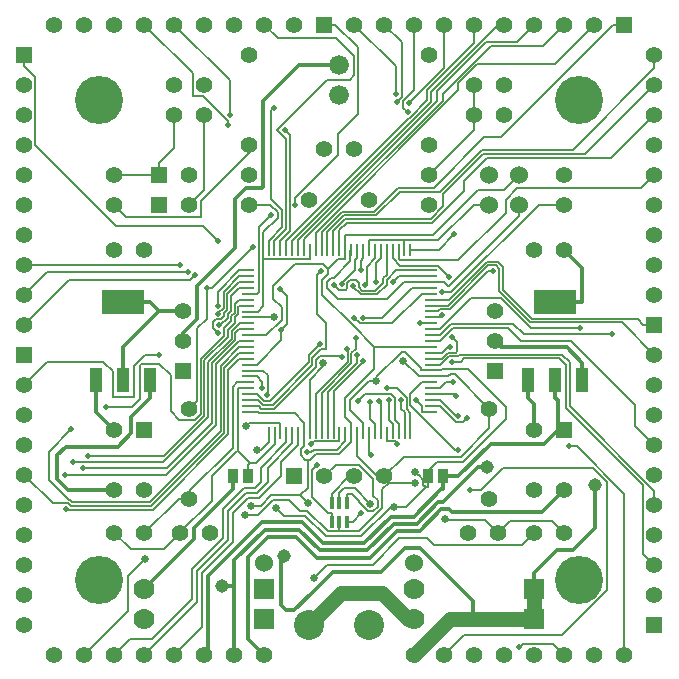
<source format=gtl>
G04 (created by PCBNEW-RS274X (2012-apr-16-27)-stable) date dim. 02 juin 2013 12:50:08 CST*
G01*
G70*
G90*
%MOIN*%
G04 Gerber Fmt 3.4, Leading zero omitted, Abs format*
%FSLAX34Y34*%
G04 APERTURE LIST*
%ADD10C,0.006000*%
%ADD11C,0.100000*%
%ADD12C,0.055000*%
%ADD13C,0.060000*%
%ADD14R,0.055000X0.055000*%
%ADD15C,0.066000*%
%ADD16R,0.040000X0.010000*%
%ADD17R,0.010000X0.040000*%
%ADD18R,0.015700X0.041300*%
%ADD19R,0.144000X0.080000*%
%ADD20R,0.040000X0.080000*%
%ADD21C,0.056000*%
%ADD22C,0.160000*%
%ADD23R,0.038000X0.050000*%
%ADD24C,0.070000*%
%ADD25R,0.070000X0.070000*%
%ADD26C,0.045000*%
%ADD27C,0.026000*%
%ADD28C,0.020000*%
%ADD29C,0.012000*%
%ADD30C,0.008200*%
%ADD31C,0.050000*%
%ADD32C,0.011900*%
G04 APERTURE END LIST*
G54D10*
G54D11*
X17000Y-25750D03*
X15000Y-25750D03*
G54D12*
X06500Y-26750D03*
X07500Y-26750D03*
X08500Y-26750D03*
X09500Y-26750D03*
X10500Y-26750D03*
X11500Y-26750D03*
X12500Y-26750D03*
X13500Y-26750D03*
X18500Y-26750D03*
X19500Y-26750D03*
X20500Y-26750D03*
X21500Y-26750D03*
X22500Y-26750D03*
X23500Y-26750D03*
X24500Y-26750D03*
X25500Y-26750D03*
G54D13*
X22000Y-10750D03*
X22000Y-11750D03*
X21000Y-10750D03*
X21000Y-11750D03*
G54D14*
X10000Y-11750D03*
G54D12*
X11000Y-11750D03*
G54D14*
X10000Y-10750D03*
G54D12*
X11000Y-10750D03*
G54D14*
X21200Y-17300D03*
G54D12*
X21200Y-16300D03*
X21200Y-15300D03*
G54D14*
X10800Y-17300D03*
G54D12*
X10800Y-16300D03*
X10800Y-15300D03*
G54D14*
X05500Y-16750D03*
G54D12*
X05500Y-17750D03*
X05500Y-18750D03*
X05500Y-19750D03*
X05500Y-20750D03*
X05500Y-21750D03*
X05500Y-22750D03*
X05500Y-23750D03*
X05500Y-24750D03*
X05500Y-25750D03*
G54D14*
X26500Y-25750D03*
G54D12*
X26500Y-24750D03*
X26500Y-23750D03*
X26500Y-22750D03*
X26500Y-21750D03*
X26500Y-20750D03*
X26500Y-19750D03*
X26500Y-18750D03*
X26500Y-17750D03*
X26500Y-16750D03*
G54D14*
X26500Y-15750D03*
G54D12*
X26500Y-14750D03*
X26500Y-13750D03*
X26500Y-12750D03*
X26500Y-11750D03*
X26500Y-10750D03*
X26500Y-09750D03*
X26500Y-08750D03*
X26500Y-07750D03*
X26500Y-06750D03*
G54D14*
X25500Y-05750D03*
G54D12*
X24500Y-05750D03*
X23500Y-05750D03*
X22500Y-05750D03*
X21500Y-05750D03*
X20500Y-05750D03*
X19500Y-05750D03*
X18500Y-05750D03*
X17500Y-05750D03*
X16500Y-05750D03*
G54D14*
X15500Y-05750D03*
G54D12*
X14500Y-05750D03*
X13500Y-05750D03*
X12500Y-05750D03*
X11500Y-05750D03*
X10500Y-05750D03*
X09500Y-05750D03*
X08500Y-05750D03*
X07500Y-05750D03*
X06500Y-05750D03*
G54D14*
X05500Y-06750D03*
G54D12*
X05500Y-07750D03*
X05500Y-08750D03*
X05500Y-09750D03*
X05500Y-10750D03*
X05500Y-11750D03*
X05500Y-12750D03*
X05500Y-13750D03*
X05500Y-14750D03*
X05500Y-15750D03*
G54D15*
X16000Y-07100D03*
X16000Y-08100D03*
G54D16*
X12950Y-18660D03*
X12950Y-13940D03*
X12950Y-14140D03*
X12950Y-14330D03*
X12950Y-14530D03*
X12950Y-14730D03*
X12950Y-14920D03*
X12950Y-15120D03*
X12950Y-15320D03*
X12950Y-15510D03*
X12950Y-15710D03*
X12950Y-15910D03*
X12950Y-16110D03*
X12950Y-16300D03*
X12950Y-16500D03*
X12950Y-16700D03*
X12950Y-16890D03*
X12950Y-17090D03*
X12950Y-17290D03*
X12950Y-17480D03*
X12950Y-17680D03*
X12950Y-17880D03*
X12950Y-18070D03*
X12950Y-18270D03*
X12950Y-18470D03*
G54D17*
X13640Y-13250D03*
X18360Y-13250D03*
X18160Y-13250D03*
X17970Y-13250D03*
X17770Y-13250D03*
X17570Y-13250D03*
X17380Y-13250D03*
X17180Y-13250D03*
X16980Y-13250D03*
X16790Y-13250D03*
X16590Y-13250D03*
X16390Y-13250D03*
X16190Y-13250D03*
X16000Y-13250D03*
X15800Y-13250D03*
X15600Y-13250D03*
X15410Y-13250D03*
X15210Y-13250D03*
X15010Y-13250D03*
X14820Y-13250D03*
X14620Y-13250D03*
X14420Y-13250D03*
X14230Y-13250D03*
X14030Y-13250D03*
X13830Y-13250D03*
X13640Y-19350D03*
X13840Y-19350D03*
X14030Y-19350D03*
X14230Y-19350D03*
X14430Y-19350D03*
X14620Y-19350D03*
X14820Y-19350D03*
X15020Y-19350D03*
X15210Y-19350D03*
X15410Y-19350D03*
X15610Y-19350D03*
X15810Y-19350D03*
X16000Y-19350D03*
X16200Y-19350D03*
X16400Y-19350D03*
X16590Y-19350D03*
X16790Y-19350D03*
X16990Y-19350D03*
X17180Y-19350D03*
X17380Y-19350D03*
X17580Y-19350D03*
X17770Y-19350D03*
X17970Y-19350D03*
X18170Y-19350D03*
X18360Y-19350D03*
G54D16*
X19050Y-18660D03*
X19050Y-18460D03*
X19050Y-18270D03*
X19050Y-18070D03*
X19050Y-17870D03*
X19050Y-17680D03*
X19050Y-17480D03*
X19050Y-17280D03*
X19050Y-17090D03*
X19050Y-16890D03*
X19050Y-16690D03*
X19050Y-16490D03*
X19050Y-16300D03*
X19050Y-16100D03*
X19050Y-15900D03*
X19050Y-15710D03*
X19050Y-15510D03*
X19050Y-15310D03*
X19050Y-15120D03*
X19050Y-14920D03*
X19050Y-14720D03*
X19050Y-14530D03*
X19050Y-14330D03*
X19050Y-14130D03*
X19050Y-13940D03*
G54D18*
X15744Y-21685D03*
X16000Y-21685D03*
X16256Y-21685D03*
X16256Y-22315D03*
X16000Y-22315D03*
X15744Y-22315D03*
G54D19*
X23200Y-15000D03*
G54D20*
X23200Y-17600D03*
X24100Y-17600D03*
X22300Y-17600D03*
G54D19*
X08800Y-15000D03*
G54D20*
X08800Y-17600D03*
X09700Y-17600D03*
X07900Y-17600D03*
G54D14*
X14500Y-20800D03*
G54D12*
X15500Y-20800D03*
X16500Y-20800D03*
X17500Y-20800D03*
X19000Y-09750D03*
X19000Y-06750D03*
X11000Y-18550D03*
X11000Y-21550D03*
X21000Y-18550D03*
X21000Y-21550D03*
G54D21*
X17000Y-11600D03*
X15000Y-11600D03*
G54D14*
X09500Y-19250D03*
G54D12*
X08500Y-19250D03*
G54D14*
X23500Y-19250D03*
G54D12*
X22500Y-19250D03*
X23500Y-11750D03*
X23500Y-10750D03*
X08500Y-21250D03*
X09500Y-21250D03*
X09500Y-22700D03*
X08500Y-22700D03*
X20300Y-22700D03*
X21300Y-22700D03*
X21500Y-08750D03*
X20500Y-08750D03*
X10500Y-08750D03*
X11500Y-08750D03*
X15500Y-09900D03*
X16500Y-09900D03*
X08500Y-11750D03*
X08500Y-10750D03*
X19000Y-11750D03*
X19000Y-10750D03*
X13000Y-10750D03*
X13000Y-11750D03*
X23500Y-13250D03*
X22500Y-13250D03*
X22500Y-21250D03*
X23500Y-21250D03*
X09500Y-13250D03*
X08500Y-13250D03*
X10700Y-22700D03*
X11700Y-22700D03*
X23500Y-22700D03*
X22500Y-22700D03*
X20500Y-07750D03*
X21500Y-07750D03*
X10500Y-07750D03*
X11500Y-07750D03*
G54D22*
X08000Y-24250D03*
X24000Y-24250D03*
X08000Y-08250D03*
X24000Y-08250D03*
G54D12*
X13000Y-09750D03*
X13000Y-06750D03*
G54D23*
X12450Y-20800D03*
X12950Y-20800D03*
X19450Y-20800D03*
X18950Y-20800D03*
G54D13*
X18500Y-23700D03*
X13500Y-23700D03*
G54D24*
X09500Y-24550D03*
G54D25*
X13500Y-24550D03*
G54D24*
X09500Y-25550D03*
G54D25*
X13500Y-25550D03*
G54D24*
X18500Y-24550D03*
G54D25*
X22500Y-24550D03*
G54D24*
X18500Y-25550D03*
G54D25*
X22500Y-25550D03*
G54D26*
X20933Y-20514D03*
X12075Y-24471D03*
G54D27*
X12878Y-19118D03*
X09522Y-23552D03*
X13049Y-21781D03*
X15150Y-24200D03*
X14952Y-21701D03*
X17804Y-21838D03*
X13810Y-15500D03*
X13259Y-19931D03*
X15468Y-17028D03*
X17226Y-17618D03*
X13895Y-21853D03*
X17027Y-21715D03*
X18516Y-20674D03*
X12865Y-22086D03*
X18530Y-21021D03*
X19517Y-22235D03*
X18130Y-16969D03*
G54D28*
X19826Y-12741D03*
X20354Y-21259D03*
X16771Y-16979D03*
X17896Y-08074D03*
X15346Y-16384D03*
X11964Y-16036D03*
X15375Y-13970D03*
X11944Y-15121D03*
X23643Y-19804D03*
X24015Y-15873D03*
X11990Y-15772D03*
X21989Y-26509D03*
X11963Y-15385D03*
X16545Y-16198D03*
X18270Y-08664D03*
X16496Y-15519D03*
X16260Y-16571D03*
X18318Y-08374D03*
X16597Y-16780D03*
X17931Y-08338D03*
X11967Y-12973D03*
X16780Y-15515D03*
X18556Y-18257D03*
X17578Y-17853D03*
X18046Y-18264D03*
X16632Y-18301D03*
X17643Y-18269D03*
X10687Y-13750D03*
X17913Y-19719D03*
X17308Y-18303D03*
X10950Y-13987D03*
X17027Y-18324D03*
X11202Y-14109D03*
X14535Y-11775D03*
X13713Y-12100D03*
X13808Y-08531D03*
X18687Y-15710D03*
X19798Y-17673D03*
X19892Y-18141D03*
X19754Y-16170D03*
X19694Y-16493D03*
X19413Y-15446D03*
X21133Y-13972D03*
X19750Y-17003D03*
X19646Y-14155D03*
X19958Y-19921D03*
X19958Y-18801D03*
X20245Y-18862D03*
X14933Y-20000D03*
X09983Y-16779D03*
X14180Y-09262D03*
X16072Y-14400D03*
X12289Y-09100D03*
X17233Y-14317D03*
X15808Y-14429D03*
X16459Y-14462D03*
X17060Y-20105D03*
X15047Y-19739D03*
X06875Y-21897D03*
X06869Y-20751D03*
X07107Y-20342D03*
X07446Y-20543D03*
X07616Y-20138D03*
X25100Y-16067D03*
X17772Y-14337D03*
X16715Y-13918D03*
X12358Y-08778D03*
X07066Y-19235D03*
X14024Y-14560D03*
X14054Y-15939D03*
X19414Y-14680D03*
X16077Y-16844D03*
X16733Y-22041D03*
X13571Y-18113D03*
X15239Y-20439D03*
X13413Y-17869D03*
X08234Y-18506D03*
X16846Y-14428D03*
X13113Y-13172D03*
X11574Y-14533D03*
G54D26*
X14168Y-23471D03*
X24521Y-21114D03*
G54D29*
X21395Y-16495D02*
X23576Y-16495D01*
X21200Y-16300D02*
X21395Y-16495D01*
X23576Y-16495D02*
X24100Y-17019D01*
X24100Y-17600D02*
X24100Y-17019D01*
X18581Y-22391D02*
X17808Y-22391D01*
X15351Y-23277D02*
X14662Y-22588D01*
X16000Y-07100D02*
X14661Y-07100D01*
X12518Y-11567D02*
X12518Y-13192D01*
X19301Y-21671D02*
X18581Y-22391D01*
X12500Y-23613D02*
X12500Y-24471D01*
X13525Y-22588D02*
X12500Y-23613D01*
X20603Y-20514D02*
X19446Y-21671D01*
X19446Y-21671D02*
X19301Y-21671D01*
X20933Y-20514D02*
X20603Y-20514D01*
X13426Y-11207D02*
X12878Y-11207D01*
X12518Y-13192D02*
X11257Y-14453D01*
X11257Y-15577D02*
X10800Y-16034D01*
X13456Y-08305D02*
X13456Y-11177D01*
X10800Y-16034D02*
X10800Y-16300D01*
X13456Y-11177D02*
X13426Y-11207D01*
X12500Y-24471D02*
X12075Y-24471D01*
X14662Y-22588D02*
X13525Y-22588D01*
X17808Y-22391D02*
X16922Y-23277D01*
X12500Y-24471D02*
X12500Y-26750D01*
X14661Y-07100D02*
X13456Y-08305D01*
X12878Y-11207D02*
X12518Y-11567D01*
X11257Y-14453D02*
X11257Y-15577D01*
X16922Y-23277D02*
X15351Y-23277D01*
G54D30*
X08957Y-24117D02*
X08957Y-25293D01*
X09522Y-23552D02*
X08957Y-24117D01*
X14030Y-19350D02*
X14030Y-19024D01*
X08957Y-25293D02*
X07500Y-26750D01*
X12972Y-19024D02*
X12878Y-19118D01*
X14030Y-19024D02*
X12972Y-19024D01*
X09751Y-26228D02*
X09022Y-26228D01*
X11074Y-24905D02*
X09751Y-26228D01*
X11074Y-23903D02*
X11074Y-24905D01*
X12106Y-22871D02*
X11074Y-23903D01*
X12106Y-21891D02*
X12106Y-22871D01*
X12806Y-21191D02*
X12106Y-21891D01*
X13184Y-21191D02*
X12806Y-21191D01*
X13375Y-21000D02*
X13184Y-21191D01*
X13375Y-20531D02*
X13375Y-21000D01*
X14230Y-19676D02*
X13375Y-20531D01*
X14230Y-19350D02*
X14230Y-19676D01*
X09022Y-26228D02*
X08500Y-26750D01*
X11241Y-25009D02*
X09500Y-26750D01*
X11241Y-23972D02*
X11241Y-25009D01*
X12273Y-22940D02*
X11241Y-23972D01*
X12273Y-21960D02*
X12273Y-22940D01*
X12875Y-21358D02*
X12273Y-21960D01*
X13254Y-21358D02*
X12875Y-21358D01*
X13624Y-20988D02*
X13254Y-21358D01*
X13624Y-20519D02*
X13624Y-20988D01*
X14430Y-19713D02*
X13624Y-20519D01*
X14430Y-19350D02*
X14430Y-19713D01*
X12944Y-21525D02*
X12440Y-22029D01*
X14620Y-19350D02*
X14620Y-19676D01*
X11408Y-24041D02*
X11408Y-25842D01*
X14061Y-20317D02*
X14061Y-20786D01*
X12440Y-23009D02*
X11408Y-24041D01*
X12440Y-22029D02*
X12440Y-23009D01*
X14620Y-19676D02*
X14620Y-19758D01*
X13322Y-21525D02*
X12944Y-21525D01*
X11408Y-25842D02*
X10500Y-26750D01*
X14061Y-20786D02*
X13322Y-21525D01*
X14620Y-19758D02*
X14061Y-20317D01*
X13722Y-21430D02*
X13371Y-21781D01*
X13798Y-14900D02*
X14072Y-15174D01*
X18913Y-22854D02*
X19161Y-23102D01*
X17104Y-23750D02*
X18000Y-22854D01*
X13276Y-18660D02*
X13324Y-18708D01*
X22098Y-23102D02*
X22500Y-22700D01*
X18000Y-22854D02*
X18913Y-22854D01*
X17156Y-17222D02*
X16196Y-18182D01*
X19113Y-12750D02*
X16213Y-12750D01*
X17156Y-16490D02*
X17156Y-17222D01*
X19161Y-23102D02*
X22098Y-23102D01*
X12950Y-18660D02*
X13276Y-18660D01*
X16196Y-18820D02*
X16400Y-19024D01*
X15469Y-13744D02*
X14521Y-13744D01*
X14820Y-19350D02*
X14820Y-19676D01*
X14820Y-19794D02*
X14707Y-19907D01*
X16400Y-19350D02*
X16400Y-19676D01*
X20613Y-11250D02*
X19113Y-12750D01*
X16400Y-19350D02*
X16400Y-19024D01*
X15206Y-20075D02*
X15030Y-20251D01*
X16001Y-20075D02*
X15206Y-20075D01*
X15030Y-20251D02*
X14937Y-20251D01*
X14072Y-15603D02*
X13565Y-16110D01*
X13371Y-21781D02*
X13049Y-21781D01*
X15415Y-14757D02*
X16403Y-15745D01*
X16196Y-18182D02*
X16196Y-18820D01*
X14937Y-21191D02*
X14698Y-21430D01*
X15415Y-14267D02*
X15415Y-14757D01*
X16400Y-19676D02*
X16001Y-20075D01*
X14504Y-18708D02*
X14820Y-19024D01*
X15941Y-13576D02*
X15621Y-13896D01*
X14937Y-20251D02*
X14937Y-21191D01*
X17156Y-16490D02*
X19050Y-16490D01*
X14521Y-13744D02*
X13798Y-14467D01*
X13324Y-18708D02*
X14504Y-18708D01*
X16190Y-13576D02*
X15941Y-13576D01*
X14707Y-20093D02*
X14865Y-20251D01*
X15621Y-13896D02*
X15469Y-13744D01*
X14820Y-19350D02*
X14820Y-19024D01*
X16213Y-12750D02*
X16190Y-12773D01*
X15600Y-23750D02*
X17104Y-23750D01*
X15150Y-24200D02*
X15600Y-23750D01*
X15621Y-13896D02*
X15621Y-14061D01*
X16190Y-13250D02*
X16190Y-13576D01*
X14698Y-21430D02*
X13722Y-21430D01*
X15621Y-14061D02*
X15415Y-14267D01*
X13798Y-14467D02*
X13798Y-14900D01*
X16403Y-15745D02*
X16411Y-15745D01*
X14820Y-19676D02*
X14820Y-19794D01*
X13565Y-16110D02*
X12950Y-16110D01*
X14707Y-19907D02*
X14707Y-20093D01*
X14698Y-21430D02*
X14698Y-21447D01*
X14072Y-15174D02*
X14072Y-15603D01*
X16190Y-12773D02*
X16190Y-13250D01*
X22000Y-10750D02*
X21500Y-11250D01*
X14865Y-20251D02*
X14937Y-20251D01*
X21500Y-11250D02*
X20613Y-11250D01*
X16411Y-15745D02*
X17156Y-16490D01*
X14698Y-21447D02*
X14952Y-21701D01*
G54D29*
X11630Y-24133D02*
X11630Y-26620D01*
X19450Y-20800D02*
X19450Y-21231D01*
X18481Y-22150D02*
X17708Y-22150D01*
X19450Y-21231D02*
X19400Y-21231D01*
X19450Y-20800D02*
X19821Y-20800D01*
X17708Y-22150D02*
X16822Y-23036D01*
X23272Y-18253D02*
X23200Y-18181D01*
X23200Y-17600D02*
X23200Y-18181D01*
X23200Y-15000D02*
X24101Y-15000D01*
X23500Y-13250D02*
X24101Y-13851D01*
X19400Y-21231D02*
X18481Y-22150D01*
X14762Y-22347D02*
X13416Y-22347D01*
X11630Y-26620D02*
X11500Y-26750D01*
X23500Y-19250D02*
X23272Y-19250D01*
X19958Y-20800D02*
X21041Y-19717D01*
X21041Y-19717D02*
X22805Y-19717D01*
X23272Y-19250D02*
X23272Y-18253D01*
X16822Y-23036D02*
X15451Y-23036D01*
X22805Y-19717D02*
X23272Y-19250D01*
X15451Y-23036D02*
X14762Y-22347D01*
X19821Y-20800D02*
X19958Y-20800D01*
X13416Y-22347D02*
X11630Y-24133D01*
X24101Y-13851D02*
X24101Y-15000D01*
G54D30*
X18950Y-20761D02*
X18950Y-20706D01*
X11500Y-11250D02*
X11500Y-08750D01*
X16790Y-19350D02*
X16790Y-19024D01*
X19050Y-17280D02*
X18724Y-17280D01*
X19213Y-17280D02*
X19050Y-17280D01*
X19213Y-17280D02*
X19376Y-17280D01*
X16000Y-21685D02*
X16000Y-21352D01*
X13800Y-15510D02*
X13810Y-15500D01*
X13640Y-19350D02*
X13640Y-19676D01*
X18950Y-20761D02*
X18950Y-20800D01*
X10650Y-21550D02*
X09500Y-22700D01*
X11000Y-21550D02*
X10650Y-21550D01*
X11000Y-21314D02*
X11000Y-21550D01*
X12442Y-19872D02*
X11000Y-21314D01*
X12442Y-17821D02*
X12442Y-19872D01*
X12583Y-17680D02*
X12442Y-17821D01*
X12950Y-17680D02*
X12583Y-17680D01*
X13385Y-19931D02*
X13259Y-19931D01*
X13640Y-19676D02*
X13385Y-19931D01*
X18786Y-20989D02*
X18786Y-20915D01*
X19253Y-20323D02*
X20121Y-20323D01*
X18950Y-20706D02*
X18950Y-20626D01*
X17226Y-17511D02*
X17226Y-17618D01*
X18950Y-20626D02*
X19253Y-20323D01*
X19486Y-14330D02*
X19050Y-14330D01*
X19656Y-14468D02*
X19624Y-14468D01*
X19624Y-14468D02*
X19486Y-14330D01*
X22000Y-12124D02*
X19656Y-14468D01*
X19427Y-17229D02*
X19376Y-17280D01*
X18950Y-21176D02*
X18870Y-21176D01*
X20282Y-17229D02*
X19427Y-17229D01*
X21557Y-18504D02*
X20282Y-17229D01*
X21557Y-18887D02*
X21557Y-18504D01*
X20121Y-20323D02*
X21557Y-18887D01*
X18636Y-20765D02*
X18607Y-20765D01*
X22000Y-11750D02*
X22000Y-12124D01*
X16996Y-17618D02*
X16363Y-18251D01*
X17226Y-17618D02*
X16996Y-17618D01*
X18607Y-20765D02*
X18516Y-20674D01*
X18076Y-16661D02*
X17226Y-17511D01*
X18184Y-16661D02*
X18076Y-16661D01*
X18724Y-17201D02*
X18184Y-16661D01*
X18724Y-17280D02*
X18724Y-17201D01*
X16363Y-18597D02*
X16790Y-19024D01*
X16363Y-18251D02*
X16363Y-18597D01*
X18786Y-20915D02*
X18636Y-20765D01*
X11000Y-11750D02*
X11500Y-11250D01*
X18950Y-20800D02*
X18950Y-21176D01*
X18801Y-21042D02*
X18801Y-21004D01*
X18788Y-21081D02*
X18788Y-21055D01*
X18786Y-21083D02*
X18788Y-21081D01*
X18786Y-21092D02*
X18786Y-21083D01*
X18870Y-21176D02*
X18786Y-21092D01*
X18141Y-14330D02*
X19050Y-14330D01*
X17571Y-14900D02*
X18141Y-14330D01*
X15960Y-14900D02*
X17571Y-14900D01*
X15582Y-14522D02*
X15960Y-14900D01*
X15582Y-14336D02*
X15582Y-14522D01*
X15715Y-14203D02*
X15582Y-14336D01*
X15804Y-14203D02*
X15715Y-14203D01*
X16366Y-13274D02*
X16366Y-13641D01*
X16390Y-13250D02*
X16366Y-13274D01*
X18788Y-21055D02*
X18801Y-21042D01*
X18870Y-21176D02*
X18208Y-21838D01*
X18801Y-21004D02*
X18786Y-20989D01*
X12950Y-15510D02*
X13800Y-15510D01*
X18208Y-21838D02*
X17804Y-21838D01*
X16366Y-13641D02*
X15804Y-14203D01*
X17706Y-21838D02*
X17804Y-21838D01*
X16730Y-22814D02*
X17706Y-21838D01*
X15543Y-22814D02*
X16730Y-22814D01*
X14854Y-22125D02*
X15543Y-22814D01*
X14167Y-22125D02*
X14854Y-22125D01*
X17027Y-21715D02*
X16519Y-21207D01*
X16145Y-21207D02*
X16000Y-21352D01*
X15020Y-19350D02*
X15020Y-17588D01*
X15020Y-17588D02*
X15468Y-17140D01*
X15468Y-17140D02*
X15468Y-17028D01*
X16519Y-21207D02*
X16145Y-21207D01*
X13895Y-21853D02*
X14167Y-22125D01*
G54D29*
X10800Y-15300D02*
X10001Y-15300D01*
X10001Y-15300D02*
X09701Y-15000D01*
X08800Y-15000D02*
X09701Y-15000D01*
X08800Y-17600D02*
X08800Y-16501D01*
X08800Y-16501D02*
X10001Y-15300D01*
X11157Y-22524D02*
X12450Y-21231D01*
X22736Y-22014D02*
X19769Y-22014D01*
X07900Y-17600D02*
X07900Y-18181D01*
X19401Y-21912D02*
X18681Y-22632D01*
X18681Y-22632D02*
X17908Y-22632D01*
X19667Y-21912D02*
X19401Y-21912D01*
X22300Y-17600D02*
X22300Y-18181D01*
X23500Y-21250D02*
X22736Y-22014D01*
X17022Y-23518D02*
X15251Y-23518D01*
X07900Y-18181D02*
X07900Y-18650D01*
X12969Y-23485D02*
X12969Y-26219D01*
X22500Y-19250D02*
X22500Y-18381D01*
X13625Y-22829D02*
X12969Y-23485D01*
X12450Y-20800D02*
X12450Y-21231D01*
X17908Y-22632D02*
X17022Y-23518D01*
X11157Y-22893D02*
X11157Y-22524D01*
X15251Y-23518D02*
X14562Y-22829D01*
X14562Y-22829D02*
X13625Y-22829D01*
X19769Y-22014D02*
X19667Y-21912D01*
X09500Y-24550D02*
X11157Y-22893D01*
X07900Y-18650D02*
X08500Y-19250D01*
X22500Y-18381D02*
X22300Y-18181D01*
X12969Y-26219D02*
X13500Y-26750D01*
G54D30*
X13010Y-20364D02*
X12950Y-20424D01*
X12622Y-19976D02*
X13010Y-20364D01*
X13840Y-19736D02*
X13212Y-20364D01*
X17636Y-21021D02*
X18530Y-21021D01*
X17636Y-21021D02*
X17636Y-20936D01*
X13469Y-15127D02*
X13469Y-13576D01*
X16980Y-12924D02*
X18160Y-12924D01*
X16980Y-13250D02*
X16980Y-12924D01*
X20500Y-07750D02*
X20500Y-08750D01*
X20500Y-09250D02*
X19000Y-10750D01*
X20500Y-08750D02*
X20500Y-09250D01*
X10000Y-10750D02*
X08500Y-10750D01*
X12950Y-15320D02*
X13276Y-15320D01*
X16000Y-22315D02*
X16000Y-22647D01*
X21701Y-22299D02*
X21300Y-22700D01*
X23099Y-22299D02*
X21701Y-22299D01*
X23500Y-22700D02*
X23099Y-22299D01*
X18160Y-13250D02*
X18160Y-12924D01*
X13683Y-11750D02*
X13000Y-11750D01*
X10161Y-23239D02*
X10700Y-22700D01*
X12950Y-17880D02*
X12624Y-17880D01*
X19050Y-17480D02*
X18641Y-17480D01*
X19050Y-17480D02*
X19376Y-17480D01*
X12950Y-20800D02*
X12950Y-20424D01*
X15010Y-13250D02*
X15010Y-13576D01*
X10000Y-10750D02*
X10000Y-10349D01*
X10500Y-08750D02*
X10500Y-09849D01*
X18641Y-17480D02*
X18130Y-16969D01*
X10500Y-09849D02*
X10000Y-10349D01*
X13791Y-21597D02*
X13302Y-22086D01*
X13302Y-22086D02*
X12865Y-22086D01*
X17500Y-20800D02*
X18144Y-20156D01*
X19630Y-17480D02*
X19376Y-17480D01*
X19714Y-17396D02*
X19630Y-17480D01*
X19846Y-17396D02*
X19714Y-17396D01*
X21000Y-18550D02*
X19846Y-17396D01*
X12622Y-17882D02*
X12622Y-19976D01*
X12624Y-17880D02*
X12622Y-17882D01*
X12578Y-19976D02*
X12622Y-19976D01*
X11750Y-20804D02*
X12578Y-19976D01*
X11750Y-21616D02*
X11750Y-20804D01*
X10700Y-22666D02*
X11750Y-21616D01*
X10700Y-22700D02*
X10700Y-22666D01*
X20472Y-11750D02*
X19298Y-12924D01*
X21000Y-11750D02*
X20472Y-11750D01*
X19298Y-12924D02*
X18160Y-12924D01*
X16590Y-19350D02*
X16590Y-20142D01*
X17636Y-20936D02*
X17500Y-20800D01*
X13469Y-13576D02*
X15010Y-13576D01*
X13276Y-15320D02*
X13469Y-15127D01*
X17248Y-20800D02*
X17500Y-20800D01*
X13840Y-19350D02*
X13840Y-19736D01*
X13212Y-20364D02*
X13010Y-20364D01*
X16590Y-20142D02*
X17248Y-20800D01*
X09039Y-23239D02*
X10161Y-23239D01*
X13939Y-12006D02*
X13683Y-11750D01*
X13939Y-12202D02*
X13939Y-12006D01*
X13464Y-12677D02*
X13939Y-12202D01*
X13464Y-13571D02*
X13464Y-12677D01*
X13469Y-13576D02*
X13464Y-13571D01*
X18144Y-20156D02*
X20052Y-20156D01*
X20052Y-20156D02*
X21000Y-19208D01*
X21000Y-19208D02*
X21000Y-18550D01*
X08500Y-22700D02*
X09039Y-23239D01*
X14671Y-21958D02*
X14310Y-21597D01*
X14310Y-21597D02*
X13791Y-21597D01*
X19530Y-22248D02*
X19517Y-22235D01*
X21300Y-22700D02*
X20848Y-22248D01*
X20848Y-22248D02*
X19530Y-22248D01*
X16000Y-22647D02*
X16661Y-22647D01*
X17428Y-21229D02*
X17636Y-21021D01*
X15612Y-22647D02*
X14923Y-21958D01*
X16661Y-22647D02*
X17428Y-21880D01*
X14923Y-21958D02*
X14671Y-21958D01*
X17428Y-21880D02*
X17428Y-21229D01*
X16000Y-22647D02*
X15612Y-22647D01*
G54D10*
X20157Y-26093D02*
X23431Y-26093D01*
X20720Y-21259D02*
X20354Y-21259D01*
X24924Y-24600D02*
X24924Y-20985D01*
X21454Y-20525D02*
X20720Y-21259D01*
X23431Y-26093D02*
X24924Y-24600D01*
X19317Y-13250D02*
X19826Y-12741D01*
X19500Y-26750D02*
X20157Y-26093D01*
X18360Y-13250D02*
X19317Y-13250D01*
X24464Y-20525D02*
X21454Y-20525D01*
X24924Y-20985D02*
X24464Y-20525D01*
X15810Y-19350D02*
X15810Y-17972D01*
X15810Y-17972D02*
X16771Y-17011D01*
X16500Y-05750D02*
X17896Y-07146D01*
X16771Y-17011D02*
X16771Y-16979D01*
X17896Y-07146D02*
X17896Y-08074D01*
X12950Y-18070D02*
X13243Y-18070D01*
X13256Y-18070D02*
X13492Y-18306D01*
X13243Y-18070D02*
X13256Y-18070D01*
X13672Y-18306D02*
X14977Y-17001D01*
X14977Y-16753D02*
X15346Y-16384D01*
X14977Y-17001D02*
X14977Y-16753D01*
X13492Y-18306D02*
X13672Y-18306D01*
X11792Y-15864D02*
X11964Y-16036D01*
X12043Y-15578D02*
X11882Y-15578D01*
X12156Y-15465D02*
X12043Y-15578D01*
X12657Y-14330D02*
X12260Y-14727D01*
X12260Y-14727D02*
X12260Y-15251D01*
X12260Y-15251D02*
X12156Y-15355D01*
X11882Y-15578D02*
X11792Y-15668D01*
X12156Y-15355D02*
X12156Y-15465D01*
X12950Y-14330D02*
X12657Y-14330D01*
X11792Y-15668D02*
X11792Y-15864D01*
X13283Y-18270D02*
X13243Y-18270D01*
X15253Y-14092D02*
X15253Y-15404D01*
X15398Y-16580D02*
X15100Y-16878D01*
X13442Y-18429D02*
X13283Y-18270D01*
X15543Y-16564D02*
X15527Y-16580D01*
X15253Y-15404D02*
X15543Y-15694D01*
X15527Y-16580D02*
X15398Y-16580D01*
X15543Y-15694D02*
X15543Y-16564D01*
X15375Y-13970D02*
X15253Y-14092D01*
X12950Y-18270D02*
X13243Y-18270D01*
X13777Y-18429D02*
X13442Y-18429D01*
X15100Y-16878D02*
X15100Y-17106D01*
X15100Y-17106D02*
X13777Y-18429D01*
X12657Y-13940D02*
X11944Y-14653D01*
X11944Y-14653D02*
X11944Y-15121D01*
X12950Y-13940D02*
X12657Y-13940D01*
X21375Y-14873D02*
X20370Y-14873D01*
X24015Y-15873D02*
X22375Y-15873D01*
X25500Y-21388D02*
X23916Y-19804D01*
X19050Y-15900D02*
X19343Y-15900D01*
X25500Y-26750D02*
X25500Y-21388D01*
X22375Y-15873D02*
X21375Y-14873D01*
X20370Y-14873D02*
X19343Y-15900D01*
X23916Y-19804D02*
X23643Y-19804D01*
X12950Y-14530D02*
X12657Y-14530D01*
X12279Y-15405D02*
X12383Y-15301D01*
X12383Y-14804D02*
X12657Y-14530D01*
X12383Y-15301D02*
X12383Y-14804D01*
X11990Y-15772D02*
X12022Y-15772D01*
X12279Y-15515D02*
X12279Y-15405D01*
X12022Y-15772D02*
X12279Y-15515D01*
X12137Y-15201D02*
X12137Y-14660D01*
X12950Y-14140D02*
X12657Y-14140D01*
X22116Y-26382D02*
X21989Y-26509D01*
X12137Y-14660D02*
X12657Y-14140D01*
X11963Y-15375D02*
X12137Y-15201D01*
X11963Y-15385D02*
X11963Y-15375D01*
X23500Y-26750D02*
X23132Y-26382D01*
X23132Y-26382D02*
X22116Y-26382D01*
X18500Y-07920D02*
X18125Y-08295D01*
X16545Y-16560D02*
X16394Y-16711D01*
X16394Y-16711D02*
X16394Y-17037D01*
X15410Y-18021D02*
X15410Y-19350D01*
X18500Y-05750D02*
X18500Y-07920D01*
X16394Y-17037D02*
X15410Y-18021D01*
X18125Y-08295D02*
X18125Y-08519D01*
X18125Y-08519D02*
X18270Y-08664D01*
X16545Y-16198D02*
X16545Y-16560D01*
X19050Y-14720D02*
X18757Y-14720D01*
X16685Y-15708D02*
X17769Y-15708D01*
X17769Y-15708D02*
X18757Y-14720D01*
X16496Y-15519D02*
X16685Y-15708D01*
X14620Y-12934D02*
X14620Y-13250D01*
X19250Y-08304D02*
X14620Y-12934D01*
X19250Y-07967D02*
X19250Y-08304D01*
X20890Y-06327D02*
X19250Y-07967D01*
X21923Y-06327D02*
X20890Y-06327D01*
X22500Y-05750D02*
X21923Y-06327D01*
X14420Y-13250D02*
X14420Y-12957D01*
X14424Y-12957D02*
X14420Y-12957D01*
X19057Y-08324D02*
X14424Y-12957D01*
X19057Y-07985D02*
X19057Y-08324D01*
X21292Y-05750D02*
X19057Y-07985D01*
X21500Y-05750D02*
X21292Y-05750D01*
X20500Y-06369D02*
X20500Y-05750D01*
X14230Y-12957D02*
X18330Y-08857D01*
X18330Y-08857D02*
X18351Y-08857D01*
X18933Y-07936D02*
X20500Y-06369D01*
X18351Y-08857D02*
X18933Y-08275D01*
X18933Y-08275D02*
X18933Y-07936D01*
X14230Y-13250D02*
X14230Y-12957D01*
X15210Y-18048D02*
X16270Y-16988D01*
X19500Y-07192D02*
X18318Y-08374D01*
X19500Y-05750D02*
X19500Y-07192D01*
X16270Y-16581D02*
X16260Y-16571D01*
X16270Y-16988D02*
X16270Y-16581D01*
X15210Y-19350D02*
X15210Y-18048D01*
X17500Y-05750D02*
X18093Y-06343D01*
X16578Y-16799D02*
X16578Y-17026D01*
X16597Y-16780D02*
X16578Y-16799D01*
X16578Y-17026D02*
X15610Y-17994D01*
X18093Y-06343D02*
X18093Y-08154D01*
X17931Y-08316D02*
X17931Y-08338D01*
X15610Y-17994D02*
X15610Y-19350D01*
X18093Y-08154D02*
X17931Y-08316D01*
X08558Y-12459D02*
X11453Y-12459D01*
X05500Y-07118D02*
X05868Y-07486D01*
X05868Y-09769D02*
X08558Y-12459D01*
X05868Y-07486D02*
X05868Y-09769D01*
X05500Y-06750D02*
X05500Y-07118D01*
X19050Y-14530D02*
X18406Y-14530D01*
X18406Y-14530D02*
X17421Y-15515D01*
X11453Y-12459D02*
X11967Y-12973D01*
X17421Y-15515D02*
X16780Y-15515D01*
X19960Y-07706D02*
X19960Y-07944D01*
X20594Y-07072D02*
X19960Y-07706D01*
X23178Y-07072D02*
X20594Y-07072D01*
X24500Y-05750D02*
X23178Y-07072D01*
X15210Y-12694D02*
X15210Y-13250D01*
X19960Y-07944D02*
X15210Y-12694D01*
X19050Y-18660D02*
X18757Y-18660D01*
X18757Y-18660D02*
X18757Y-18458D01*
X18757Y-18458D02*
X18556Y-18257D01*
X17908Y-17853D02*
X17578Y-17853D01*
X18239Y-18567D02*
X18239Y-18184D01*
X18360Y-19057D02*
X18360Y-18688D01*
X18360Y-19350D02*
X18360Y-19057D01*
X18360Y-18688D02*
X18239Y-18567D01*
X18239Y-18184D02*
X17908Y-17853D01*
X18170Y-18673D02*
X18046Y-18549D01*
X18170Y-19350D02*
X18170Y-18673D01*
X18046Y-18549D02*
X18046Y-18264D01*
X16857Y-18076D02*
X16632Y-18301D01*
X17970Y-19057D02*
X17836Y-18923D01*
X17836Y-18923D02*
X17836Y-18189D01*
X17836Y-18189D02*
X17723Y-18076D01*
X17970Y-19350D02*
X17970Y-19057D01*
X17723Y-18076D02*
X16857Y-18076D01*
X17770Y-19350D02*
X17770Y-19057D01*
X17770Y-19057D02*
X17643Y-18930D01*
X17643Y-18930D02*
X17643Y-18269D01*
X05500Y-13750D02*
X10687Y-13750D01*
X17580Y-19350D02*
X17580Y-19643D01*
X17580Y-19643D02*
X17837Y-19643D01*
X17837Y-19643D02*
X17913Y-19719D01*
X05500Y-14750D02*
X06263Y-13987D01*
X17380Y-19057D02*
X17380Y-18375D01*
X06263Y-13987D02*
X10950Y-13987D01*
X17380Y-19350D02*
X17380Y-19057D01*
X17380Y-18375D02*
X17308Y-18303D01*
X17180Y-19350D02*
X17180Y-19057D01*
X17180Y-19057D02*
X17027Y-18904D01*
X11035Y-14276D02*
X11202Y-14109D01*
X05500Y-15750D02*
X06974Y-14276D01*
X06974Y-14276D02*
X11035Y-14276D01*
X17027Y-18904D02*
X17027Y-18324D01*
X12950Y-14730D02*
X13243Y-14730D01*
X13306Y-14667D02*
X13306Y-12507D01*
X15868Y-05750D02*
X16613Y-06495D01*
X15955Y-10104D02*
X14535Y-11524D01*
X13306Y-12507D02*
X13713Y-12100D01*
X13243Y-14730D02*
X13306Y-14667D01*
X14535Y-11524D02*
X14535Y-11775D01*
X16613Y-08723D02*
X15955Y-09381D01*
X16613Y-06495D02*
X16613Y-08723D01*
X15500Y-05750D02*
X15868Y-05750D01*
X15955Y-09381D02*
X15955Y-10104D01*
X14095Y-11943D02*
X13727Y-11575D01*
X13640Y-13250D02*
X13640Y-12957D01*
X13727Y-08612D02*
X13808Y-08531D01*
X13727Y-11575D02*
X13727Y-08612D01*
X13640Y-12957D02*
X14095Y-12502D01*
X14095Y-12502D02*
X14095Y-11943D01*
X17140Y-11989D02*
X16088Y-11989D01*
X16088Y-11989D02*
X15410Y-12667D01*
X25132Y-05750D02*
X21370Y-09512D01*
X15410Y-12667D02*
X15410Y-13250D01*
X25500Y-05750D02*
X25132Y-05750D01*
X21370Y-09512D02*
X20818Y-09512D01*
X17936Y-11193D02*
X17140Y-11989D01*
X20818Y-09512D02*
X19137Y-11193D01*
X19137Y-11193D02*
X17936Y-11193D01*
X18757Y-15710D02*
X18687Y-15710D01*
X19050Y-15710D02*
X18757Y-15710D01*
X19343Y-17870D02*
X19540Y-17673D01*
X19050Y-17870D02*
X19343Y-17870D01*
X19540Y-17673D02*
X19798Y-17673D01*
X19821Y-18070D02*
X19892Y-18141D01*
X19050Y-18070D02*
X19821Y-18070D01*
X19405Y-16890D02*
X19609Y-16686D01*
X19920Y-16336D02*
X19754Y-16170D01*
X19920Y-16642D02*
X19920Y-16336D01*
X19609Y-16686D02*
X19876Y-16686D01*
X19876Y-16686D02*
X19920Y-16642D01*
X19050Y-16890D02*
X19405Y-16890D01*
X26045Y-11205D02*
X26500Y-10750D01*
X21925Y-11205D02*
X26045Y-11205D01*
X21545Y-11585D02*
X21925Y-11205D01*
X21545Y-12020D02*
X21545Y-11585D01*
X19957Y-13608D02*
X21545Y-12020D01*
X18026Y-13608D02*
X19957Y-13608D01*
X17970Y-13552D02*
X18026Y-13608D01*
X17970Y-13250D02*
X17970Y-13552D01*
X19629Y-16493D02*
X19694Y-16493D01*
X19432Y-16690D02*
X19629Y-16493D01*
X19050Y-16690D02*
X19432Y-16690D01*
X16238Y-12358D02*
X16000Y-12596D01*
X25057Y-10193D02*
X20917Y-10193D01*
X16000Y-12596D02*
X16000Y-12957D01*
X16000Y-13250D02*
X16000Y-12957D01*
X20160Y-11287D02*
X19089Y-12358D01*
X20917Y-10193D02*
X20160Y-10950D01*
X19089Y-12358D02*
X16238Y-12358D01*
X20160Y-10950D02*
X20160Y-11287D01*
X26500Y-08750D02*
X25057Y-10193D01*
X16188Y-12235D02*
X15800Y-12623D01*
X24181Y-10069D02*
X20783Y-10069D01*
X15800Y-12623D02*
X15800Y-13250D01*
X19462Y-11810D02*
X19037Y-12235D01*
X19462Y-11390D02*
X19462Y-11810D01*
X19037Y-12235D02*
X16188Y-12235D01*
X20783Y-10069D02*
X19462Y-11390D01*
X26500Y-07750D02*
X24181Y-10069D01*
X15600Y-13250D02*
X15600Y-12957D01*
X15600Y-12650D02*
X15600Y-12957D01*
X16138Y-12112D02*
X15600Y-12650D01*
X17235Y-12112D02*
X16138Y-12112D01*
X18029Y-11318D02*
X17235Y-12112D01*
X19358Y-11318D02*
X18029Y-11318D01*
X20756Y-09920D02*
X19358Y-11318D01*
X23793Y-09920D02*
X20756Y-09920D01*
X26500Y-07213D02*
X23793Y-09920D01*
X26500Y-06750D02*
X26500Y-07213D01*
X21271Y-13656D02*
X20913Y-13656D01*
X26500Y-15750D02*
X26132Y-15750D01*
X19050Y-14920D02*
X19343Y-14920D01*
X19649Y-14920D02*
X19343Y-14920D01*
X20913Y-13656D02*
X19649Y-14920D01*
X26132Y-15750D02*
X25939Y-15557D01*
X21457Y-13842D02*
X21271Y-13656D01*
X21457Y-14597D02*
X21457Y-13842D01*
X22417Y-15557D02*
X21457Y-14597D01*
X25939Y-15557D02*
X22417Y-15557D01*
X19050Y-15510D02*
X19349Y-15510D01*
X19349Y-15510D02*
X19413Y-15446D01*
X19343Y-15244D02*
X19685Y-15244D01*
X20166Y-16873D02*
X20036Y-17003D01*
X19277Y-15310D02*
X19343Y-15244D01*
X23558Y-17109D02*
X23322Y-16873D01*
X23558Y-18522D02*
X23558Y-17109D01*
X19050Y-15310D02*
X19277Y-15310D01*
X20957Y-13972D02*
X21133Y-13972D01*
X19685Y-15244D02*
X20957Y-13972D01*
X20036Y-17003D02*
X19750Y-17003D01*
X26500Y-23750D02*
X26131Y-23381D01*
X23322Y-16873D02*
X20166Y-16873D01*
X26131Y-21095D02*
X23558Y-18522D01*
X26131Y-23381D02*
X26131Y-21095D01*
X17770Y-13250D02*
X17770Y-13543D01*
X19288Y-13797D02*
X19646Y-14155D01*
X18024Y-13797D02*
X19288Y-13797D01*
X17770Y-13543D02*
X18024Y-13797D01*
X19659Y-16809D02*
X19958Y-16809D01*
X19050Y-17090D02*
X19343Y-17090D01*
X19395Y-17073D02*
X19659Y-16809D01*
X19360Y-17073D02*
X19395Y-17073D01*
X19343Y-17090D02*
X19360Y-17073D01*
X23419Y-16750D02*
X23681Y-17012D01*
X23681Y-17012D02*
X23681Y-18472D01*
X23681Y-18472D02*
X26500Y-21291D01*
X26500Y-21291D02*
X26500Y-21750D01*
X20017Y-16750D02*
X23419Y-16750D01*
X19958Y-16809D02*
X20017Y-16750D01*
X19958Y-19921D02*
X19845Y-19921D01*
X19845Y-19921D02*
X18362Y-18438D01*
X18362Y-18438D02*
X18362Y-18075D01*
X19050Y-17680D02*
X18757Y-17680D01*
X18362Y-18075D02*
X18757Y-17680D01*
X23715Y-16283D02*
X22046Y-16283D01*
X19793Y-15850D02*
X19343Y-16300D01*
X19050Y-16300D02*
X19343Y-16300D01*
X22046Y-16283D02*
X21613Y-15850D01*
X25869Y-18437D02*
X23715Y-16283D01*
X25869Y-19119D02*
X25869Y-18437D01*
X26500Y-19750D02*
X25869Y-19119D01*
X21613Y-15850D02*
X19793Y-15850D01*
X19343Y-18270D02*
X19874Y-18801D01*
X19874Y-18801D02*
X19958Y-18801D01*
X19050Y-18270D02*
X19343Y-18270D01*
X19878Y-18995D02*
X20112Y-18995D01*
X20112Y-18995D02*
X20245Y-18862D01*
X19050Y-18460D02*
X19343Y-18460D01*
X19343Y-18460D02*
X19878Y-18995D01*
X21334Y-14647D02*
X21334Y-13892D01*
X21334Y-13892D02*
X21221Y-13779D01*
X26500Y-16750D02*
X25430Y-15680D01*
X25430Y-15680D02*
X22367Y-15680D01*
X20963Y-13779D02*
X19622Y-15120D01*
X19622Y-15120D02*
X19343Y-15120D01*
X21221Y-13779D02*
X20963Y-13779D01*
X19050Y-15120D02*
X19343Y-15120D01*
X22367Y-15680D02*
X21334Y-14647D01*
X09136Y-18152D02*
X09152Y-18136D01*
X06257Y-16993D02*
X08126Y-16993D01*
X05500Y-17750D02*
X06257Y-16993D01*
X16200Y-19350D02*
X16200Y-19643D01*
X09152Y-18136D02*
X09152Y-17134D01*
X15060Y-20000D02*
X14933Y-20000D01*
X08126Y-16993D02*
X08444Y-17311D01*
X09507Y-16779D02*
X09983Y-16779D01*
X08444Y-18136D02*
X08460Y-18152D01*
X08444Y-17311D02*
X08444Y-18136D01*
X09152Y-17134D02*
X09507Y-16779D01*
X08460Y-18152D02*
X09136Y-18152D01*
X15141Y-19919D02*
X15060Y-20000D01*
X16200Y-19643D02*
X15924Y-19919D01*
X15924Y-19919D02*
X15141Y-19919D01*
X13958Y-06208D02*
X13500Y-05750D01*
X14218Y-09575D02*
X13916Y-09273D01*
X15895Y-06208D02*
X13958Y-06208D01*
X13830Y-12957D02*
X14218Y-12569D01*
X16489Y-07435D02*
X16489Y-06802D01*
X15585Y-07582D02*
X16342Y-07582D01*
X16342Y-07582D02*
X16489Y-07435D01*
X13830Y-13250D02*
X13830Y-12957D01*
X13916Y-09273D02*
X13916Y-09251D01*
X16489Y-06802D02*
X15895Y-06208D01*
X14218Y-12569D02*
X14218Y-09575D01*
X13916Y-09251D02*
X15585Y-07582D01*
X14030Y-13250D02*
X14030Y-12957D01*
X14341Y-09423D02*
X14180Y-09262D01*
X14341Y-12646D02*
X14341Y-09423D01*
X14030Y-12957D02*
X14341Y-12646D01*
X16072Y-14365D02*
X16072Y-14400D01*
X16522Y-13915D02*
X16072Y-14365D01*
X16522Y-13611D02*
X16522Y-13915D01*
X16590Y-13250D02*
X16590Y-13543D01*
X16590Y-13543D02*
X16522Y-13611D01*
X17233Y-13690D02*
X17233Y-14317D01*
X11450Y-08142D02*
X12288Y-08980D01*
X12288Y-08980D02*
X12289Y-08980D01*
X12289Y-08980D02*
X12289Y-09100D01*
X17380Y-13543D02*
X17233Y-13690D01*
X17380Y-13250D02*
X17380Y-13543D01*
X11125Y-08142D02*
X11450Y-08142D01*
X11109Y-07359D02*
X11109Y-08126D01*
X11109Y-08126D02*
X11125Y-08142D01*
X09500Y-05750D02*
X11109Y-07359D01*
X17570Y-14091D02*
X17570Y-13250D01*
X16216Y-14593D02*
X16266Y-14543D01*
X16353Y-14265D02*
X16555Y-14265D01*
X16266Y-14352D02*
X16353Y-14265D01*
X16653Y-14363D02*
X16653Y-14507D01*
X16767Y-14621D02*
X17202Y-14621D01*
X16653Y-14507D02*
X16767Y-14621D01*
X15972Y-14593D02*
X16216Y-14593D01*
X17455Y-14206D02*
X17570Y-14091D01*
X17455Y-14368D02*
X17455Y-14206D01*
X17202Y-14621D02*
X17455Y-14368D01*
X16266Y-14543D02*
X16266Y-14352D01*
X15808Y-14429D02*
X15972Y-14593D01*
X16555Y-14265D02*
X16653Y-14363D01*
X17578Y-14256D02*
X17894Y-13940D01*
X17578Y-14418D02*
X17578Y-14256D01*
X19050Y-13940D02*
X18757Y-13940D01*
X16717Y-14744D02*
X17252Y-14744D01*
X16459Y-14486D02*
X16717Y-14744D01*
X17894Y-13940D02*
X18757Y-13940D01*
X16459Y-14462D02*
X16459Y-14486D01*
X17252Y-14744D02*
X17578Y-14418D01*
X16990Y-19350D02*
X16990Y-19643D01*
X16990Y-20035D02*
X17060Y-20105D01*
X16990Y-19643D02*
X16990Y-20035D01*
X15143Y-19643D02*
X15047Y-19739D01*
X16000Y-19350D02*
X16000Y-19643D01*
X16000Y-19643D02*
X15143Y-19643D01*
X12950Y-16890D02*
X12657Y-16890D01*
X12657Y-16890D02*
X12286Y-17261D01*
X06903Y-21925D02*
X06875Y-21897D01*
X09774Y-21925D02*
X06903Y-21925D01*
X12286Y-19413D02*
X09774Y-21925D01*
X12286Y-17261D02*
X12286Y-19413D01*
X09724Y-21802D02*
X07053Y-21802D01*
X12163Y-19363D02*
X09724Y-21802D01*
X12163Y-17194D02*
X12163Y-19363D01*
X12657Y-16700D02*
X12163Y-17194D01*
X12950Y-16700D02*
X12657Y-16700D01*
X06454Y-21704D02*
X05500Y-20750D01*
X06955Y-21704D02*
X06454Y-21704D01*
X07053Y-21802D02*
X06955Y-21704D01*
X12950Y-16300D02*
X12657Y-16300D01*
X10224Y-20751D02*
X11888Y-19087D01*
X11888Y-19087D02*
X11888Y-17077D01*
X06869Y-20751D02*
X10224Y-20751D01*
X12657Y-16308D02*
X12657Y-16300D01*
X11888Y-17077D02*
X12657Y-16308D01*
X11629Y-16990D02*
X12403Y-16216D01*
X12950Y-15710D02*
X12657Y-15710D01*
X10113Y-20342D02*
X11629Y-18826D01*
X12657Y-15724D02*
X12657Y-15710D01*
X11629Y-18826D02*
X11629Y-16990D01*
X12403Y-15978D02*
X12657Y-15724D01*
X12403Y-16216D02*
X12403Y-15978D01*
X07107Y-20342D02*
X10113Y-20342D01*
X10258Y-20543D02*
X11765Y-19036D01*
X11765Y-17027D02*
X12526Y-16266D01*
X12526Y-16041D02*
X12657Y-15910D01*
X12526Y-16266D02*
X12526Y-16041D01*
X07446Y-20543D02*
X10258Y-20543D01*
X11765Y-19036D02*
X11765Y-17027D01*
X12950Y-15910D02*
X12657Y-15910D01*
X12950Y-15120D02*
X12657Y-15120D01*
X12629Y-15148D02*
X12657Y-15120D01*
X12629Y-15401D02*
X12629Y-15148D01*
X07616Y-20138D02*
X10144Y-20138D01*
X12280Y-15928D02*
X12525Y-15683D01*
X12525Y-15505D02*
X12629Y-15401D01*
X12525Y-15683D02*
X12525Y-15505D01*
X11501Y-16945D02*
X12280Y-16166D01*
X10144Y-20138D02*
X11501Y-18781D01*
X11501Y-18781D02*
X11501Y-16945D01*
X12280Y-16166D02*
X12280Y-15928D01*
X08500Y-11750D02*
X08898Y-12148D01*
X13000Y-10016D02*
X13000Y-09750D01*
X11391Y-11625D02*
X13000Y-10016D01*
X11391Y-12132D02*
X11391Y-11625D01*
X11375Y-12148D02*
X11391Y-12132D01*
X08898Y-12148D02*
X11375Y-12148D01*
X19717Y-15726D02*
X19343Y-16100D01*
X25100Y-16067D02*
X22141Y-16067D01*
X22141Y-16067D02*
X21800Y-15726D01*
X21800Y-15726D02*
X19717Y-15726D01*
X19050Y-16100D02*
X19343Y-16100D01*
X17979Y-14130D02*
X17772Y-14337D01*
X19050Y-14130D02*
X17979Y-14130D01*
X16715Y-13618D02*
X16715Y-13918D01*
X12358Y-07608D02*
X12358Y-08778D01*
X10500Y-05750D02*
X12358Y-07608D01*
X16790Y-13543D02*
X16715Y-13618D01*
X16790Y-13250D02*
X16790Y-13543D01*
X22799Y-06451D02*
X21040Y-06451D01*
X21040Y-06451D02*
X19440Y-08051D01*
X14820Y-13250D02*
X14820Y-12957D01*
X19440Y-08291D02*
X14820Y-12911D01*
X14820Y-12911D02*
X14820Y-12957D01*
X19440Y-08051D02*
X19440Y-08291D01*
X23500Y-05750D02*
X22799Y-06451D01*
X07101Y-21677D02*
X07005Y-21581D01*
X07005Y-21581D02*
X06971Y-21581D01*
X06971Y-21581D02*
X06319Y-20929D01*
X12950Y-16500D02*
X12657Y-16500D01*
X12039Y-19314D02*
X09676Y-21677D01*
X09676Y-21677D02*
X07101Y-21677D01*
X06319Y-19982D02*
X07066Y-19235D01*
X06319Y-20929D02*
X06319Y-19982D01*
X12039Y-17118D02*
X12039Y-19314D01*
X12657Y-16500D02*
X12039Y-17118D01*
X14054Y-16279D02*
X14054Y-15939D01*
X12950Y-17090D02*
X13243Y-17090D01*
X14258Y-15735D02*
X14054Y-15939D01*
X14024Y-14560D02*
X14258Y-14794D01*
X13243Y-17090D02*
X14054Y-16279D01*
X14258Y-14794D02*
X14258Y-15735D01*
X19716Y-14680D02*
X19414Y-14680D01*
X13392Y-18552D02*
X13310Y-18470D01*
X16077Y-16844D02*
X16016Y-16783D01*
X16016Y-16783D02*
X15368Y-16783D01*
X15223Y-16928D02*
X15223Y-17157D01*
X13828Y-18552D02*
X13392Y-18552D01*
X15223Y-17157D02*
X13828Y-18552D01*
X22646Y-11750D02*
X19716Y-14680D01*
X15368Y-16783D02*
X15223Y-16928D01*
X23500Y-11750D02*
X22646Y-11750D01*
X13310Y-18470D02*
X12950Y-18470D01*
X13614Y-17446D02*
X13458Y-17290D01*
X13614Y-18070D02*
X13614Y-17446D01*
X13571Y-18113D02*
X13614Y-18070D01*
X13458Y-17290D02*
X12950Y-17290D01*
X16459Y-22315D02*
X16733Y-22041D01*
X16256Y-22315D02*
X16459Y-22315D01*
X17107Y-20887D02*
X16636Y-20416D01*
X17107Y-21449D02*
X17107Y-20887D01*
X16256Y-21685D02*
X16256Y-21385D01*
X15884Y-20416D02*
X15500Y-20800D01*
X17272Y-21614D02*
X17107Y-21449D01*
X16636Y-20416D02*
X15884Y-20416D01*
X17272Y-21816D02*
X17272Y-21614D01*
X16407Y-21385D02*
X16642Y-21620D01*
X16642Y-21620D02*
X16642Y-21677D01*
X17116Y-21972D02*
X17272Y-21816D01*
X16256Y-21385D02*
X16407Y-21385D01*
X16937Y-21972D02*
X17116Y-21972D01*
X16642Y-21677D02*
X16937Y-21972D01*
X16325Y-20800D02*
X16500Y-20800D01*
X15744Y-21381D02*
X16325Y-20800D01*
X15744Y-21685D02*
X15744Y-21381D01*
X15744Y-22315D02*
X15744Y-22015D01*
X15094Y-20584D02*
X15239Y-20439D01*
X13413Y-17650D02*
X13413Y-17869D01*
X12950Y-17480D02*
X13243Y-17480D01*
X15744Y-22015D02*
X15612Y-22015D01*
X13243Y-17480D02*
X13413Y-17650D01*
X15094Y-21497D02*
X15094Y-20584D01*
X15612Y-22015D02*
X15094Y-21497D01*
X12402Y-15455D02*
X12506Y-15351D01*
X12402Y-15633D02*
X12402Y-15455D01*
X12506Y-15351D02*
X12506Y-15071D01*
X12506Y-15071D02*
X12657Y-14920D01*
X12950Y-14920D02*
X12657Y-14920D01*
X10373Y-17432D02*
X10373Y-18647D01*
X08234Y-18506D02*
X09075Y-18506D01*
X09348Y-18233D02*
X09348Y-17111D01*
X09989Y-17048D02*
X10373Y-17432D01*
X09411Y-17048D02*
X09989Y-17048D01*
X09348Y-17111D02*
X09411Y-17048D01*
X12157Y-16116D02*
X12157Y-15878D01*
X10647Y-18921D02*
X11188Y-18921D01*
X09075Y-18506D02*
X09348Y-18233D01*
X11188Y-18921D02*
X11377Y-18732D01*
X11377Y-16896D02*
X12157Y-16116D01*
X11377Y-18732D02*
X11377Y-16896D01*
X10373Y-18647D02*
X10647Y-18921D01*
X12157Y-15878D02*
X12402Y-15633D01*
X17180Y-13250D02*
X17180Y-13543D01*
X16908Y-14366D02*
X16846Y-14428D01*
X11574Y-15558D02*
X11574Y-14533D01*
X16908Y-13815D02*
X16908Y-14366D01*
X11254Y-15878D02*
X11574Y-15558D01*
X11254Y-18296D02*
X11254Y-15878D01*
X11000Y-18550D02*
X11254Y-18296D01*
X11752Y-14533D02*
X13113Y-13172D01*
X17180Y-13543D02*
X16908Y-13815D01*
X11574Y-14533D02*
X11752Y-14533D01*
G54D31*
X18500Y-25550D02*
X18275Y-25550D01*
X16050Y-24700D02*
X15000Y-25750D01*
X17425Y-24700D02*
X16050Y-24700D01*
X18275Y-25550D02*
X17425Y-24700D01*
G54D29*
X09043Y-18838D02*
X09700Y-18181D01*
X09043Y-19377D02*
X09043Y-18838D01*
X08604Y-19816D02*
X09043Y-19377D01*
X06884Y-19816D02*
X08604Y-19816D01*
X23790Y-23268D02*
X24521Y-22537D01*
X22500Y-24019D02*
X23251Y-23268D01*
X15071Y-24701D02*
X14495Y-25277D01*
X06587Y-20113D02*
X06884Y-19816D01*
G54D32*
X15071Y-24701D02*
X15099Y-24701D01*
G54D29*
X22500Y-24550D02*
X22500Y-24019D01*
X18676Y-23188D02*
X18185Y-23188D01*
X20455Y-24967D02*
X18676Y-23188D01*
G54D32*
X15099Y-24701D02*
X15800Y-24000D01*
X15800Y-24000D02*
X17373Y-24000D01*
G54D29*
X14039Y-25094D02*
X14039Y-23600D01*
X14222Y-25277D02*
X14039Y-25094D01*
X14495Y-25277D02*
X14222Y-25277D01*
X06940Y-21250D02*
X06587Y-20897D01*
X08500Y-21250D02*
X06940Y-21250D01*
G54D31*
X19700Y-25550D02*
X18500Y-26750D01*
X20450Y-25550D02*
X19700Y-25550D01*
X22500Y-25550D02*
X20450Y-25550D01*
G54D32*
X20455Y-25550D02*
X20450Y-25555D01*
X20450Y-25555D02*
X20450Y-25600D01*
X20450Y-25600D02*
X20450Y-25550D01*
G54D31*
X22500Y-24550D02*
X22500Y-25550D01*
G54D32*
X20455Y-25225D02*
X20455Y-25550D01*
G54D29*
X23251Y-23268D02*
X23790Y-23268D01*
X09700Y-17600D02*
X09700Y-18181D01*
X24521Y-22537D02*
X24521Y-21114D01*
X20455Y-25367D02*
X20455Y-25225D01*
X20455Y-25225D02*
X20455Y-24967D01*
X18185Y-23188D02*
X17373Y-24000D01*
X06587Y-20897D02*
X06587Y-20113D01*
X14039Y-23600D02*
X14168Y-23471D01*
M02*

</source>
